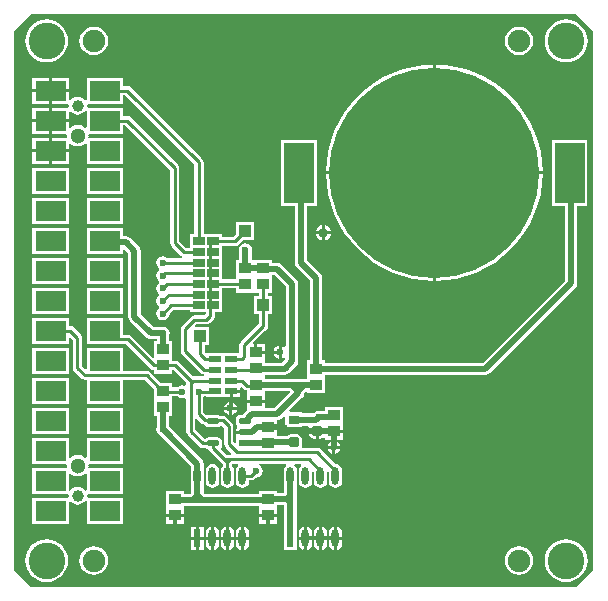
<source format=gtl>
G04*
G04 #@! TF.GenerationSoftware,Altium Limited,Altium Designer,19.1.9 (167)*
G04*
G04 Layer_Physical_Order=1*
G04 Layer_Color=255*
%FSLAX44Y44*%
%MOMM*%
G71*
G01*
G75*
%ADD10C,0.2540*%
%ADD19R,2.5000X5.1000*%
G04:AMPARAMS|DCode=20|XSize=0.8mm|YSize=0.9mm|CornerRadius=0.2mm|HoleSize=0mm|Usage=FLASHONLY|Rotation=90.000|XOffset=0mm|YOffset=0mm|HoleType=Round|Shape=RoundedRectangle|*
%AMROUNDEDRECTD20*
21,1,0.8000,0.5000,0,0,90.0*
21,1,0.4000,0.9000,0,0,90.0*
1,1,0.4000,0.2500,0.2000*
1,1,0.4000,0.2500,-0.2000*
1,1,0.4000,-0.2500,-0.2000*
1,1,0.4000,-0.2500,0.2000*
%
%ADD20ROUNDEDRECTD20*%
%ADD21R,0.9000X0.8000*%
%ADD22R,2.6000X1.7000*%
%ADD23R,1.0000X0.9000*%
%ADD24R,0.6000X1.5000*%
%ADD25O,0.6000X1.5000*%
G04:AMPARAMS|DCode=26|XSize=0.55mm|YSize=1mm|CornerRadius=0.1375mm|HoleSize=0mm|Usage=FLASHONLY|Rotation=270.000|XOffset=0mm|YOffset=0mm|HoleType=Round|Shape=RoundedRectangle|*
%AMROUNDEDRECTD26*
21,1,0.5500,0.7250,0,0,270.0*
21,1,0.2750,1.0000,0,0,270.0*
1,1,0.2750,-0.3625,-0.1375*
1,1,0.2750,-0.3625,0.1375*
1,1,0.2750,0.3625,0.1375*
1,1,0.2750,0.3625,-0.1375*
%
%ADD26ROUNDEDRECTD26*%
%ADD27R,1.0000X0.5500*%
%ADD28R,1.0000X0.5000*%
%ADD29R,1.0000X0.7000*%
%ADD50C,17.8000*%
%ADD51C,0.5080*%
%ADD52C,1.0000*%
%ADD53C,1.3000*%
%ADD54R,1.0000X1.0000*%
%ADD55C,1.8999*%
%ADD56C,3.1001*%
%ADD57C,0.7000*%
%ADD58C,0.8000*%
%ADD59C,0.6000*%
G36*
X493955Y474641D02*
X493955Y18119D01*
X479721Y3885D01*
X18119D01*
X3885Y18119D01*
X3885Y474641D01*
X18119Y488875D01*
X479721D01*
X493955Y474641D01*
D02*
G37*
%LPC*%
G36*
X431009Y478132D02*
X427866Y477719D01*
X424938Y476505D01*
X422422Y474576D01*
X420493Y472061D01*
X419280Y469132D01*
X418866Y465989D01*
X419280Y462846D01*
X420493Y459917D01*
X422422Y457402D01*
X424938Y455472D01*
X427866Y454259D01*
X431009Y453845D01*
X434152Y454259D01*
X437081Y455472D01*
X439596Y457402D01*
X441526Y459917D01*
X442739Y462846D01*
X443153Y465989D01*
X442739Y469132D01*
X441526Y472061D01*
X439596Y474576D01*
X437081Y476505D01*
X434152Y477719D01*
X431009Y478132D01*
D02*
G37*
G36*
X70990D02*
X67847Y477719D01*
X64918Y476505D01*
X62403Y474576D01*
X60473Y472061D01*
X59260Y469132D01*
X58846Y465989D01*
X59260Y462846D01*
X60473Y459917D01*
X62403Y457402D01*
X64918Y455472D01*
X67847Y454259D01*
X70990Y453845D01*
X74133Y454259D01*
X77061Y455472D01*
X79576Y457402D01*
X81506Y459917D01*
X82719Y462846D01*
X83133Y465989D01*
X82719Y469132D01*
X81506Y472061D01*
X79576Y474576D01*
X77061Y476505D01*
X74133Y477719D01*
X70990Y478132D01*
D02*
G37*
G36*
X470989Y484117D02*
X467452Y483768D01*
X464052Y482737D01*
X460918Y481061D01*
X458171Y478807D01*
X455916Y476060D01*
X454241Y472926D01*
X453210Y469525D01*
X452861Y465989D01*
X453210Y462452D01*
X454241Y459052D01*
X455916Y455918D01*
X458171Y453171D01*
X460918Y450916D01*
X464052Y449241D01*
X467452Y448209D01*
X470989Y447861D01*
X474525Y448209D01*
X477926Y449241D01*
X481060Y450916D01*
X483807Y453171D01*
X486062Y455918D01*
X487737Y459052D01*
X488768Y462452D01*
X489117Y465989D01*
X488768Y469525D01*
X487737Y472926D01*
X486062Y476060D01*
X483807Y478807D01*
X481060Y481061D01*
X477926Y482737D01*
X474525Y483768D01*
X470989Y484117D01*
D02*
G37*
G36*
X31010D02*
X27474Y483768D01*
X24073Y482737D01*
X20939Y481061D01*
X18192Y478807D01*
X15938Y476060D01*
X14262Y472926D01*
X13231Y469525D01*
X12882Y465989D01*
X13231Y462452D01*
X14262Y459052D01*
X15938Y455918D01*
X18192Y453171D01*
X20939Y450916D01*
X24073Y449241D01*
X27474Y448209D01*
X31010Y447861D01*
X34547Y448209D01*
X37947Y449241D01*
X41081Y450916D01*
X43828Y453171D01*
X46083Y455918D01*
X47758Y459052D01*
X48789Y462452D01*
X49138Y465989D01*
X48789Y469525D01*
X47758Y472926D01*
X46083Y476060D01*
X43828Y478807D01*
X41081Y481061D01*
X37947Y482737D01*
X34547Y483768D01*
X31010Y484117D01*
D02*
G37*
G36*
X50040Y434840D02*
X35770D01*
Y425070D01*
X50040D01*
Y434840D01*
D02*
G37*
G36*
X33230D02*
X18960D01*
Y425070D01*
X33230D01*
Y434840D01*
D02*
G37*
G36*
X96040D02*
X64960D01*
Y415850D01*
X63690Y415419D01*
X62878Y416478D01*
X61302Y417686D01*
X59468Y418446D01*
X57500Y418705D01*
X55532Y418446D01*
X53698Y417686D01*
X52122Y416478D01*
X51310Y415419D01*
X50040Y415850D01*
Y422530D01*
X35770D01*
Y412760D01*
X48833D01*
X49946Y411490D01*
X49895Y411100D01*
X49946Y410710D01*
X48833Y409440D01*
X35770D01*
Y399670D01*
X50040D01*
Y406350D01*
X51310Y406781D01*
X52122Y405722D01*
X53698Y404514D01*
X55532Y403754D01*
X57500Y403495D01*
X59468Y403754D01*
X61302Y404514D01*
X62878Y405722D01*
X63690Y406781D01*
X64960Y406350D01*
Y392740D01*
X63690Y392345D01*
X62059Y393596D01*
X59860Y394507D01*
X57500Y394818D01*
X55140Y394507D01*
X52941Y393596D01*
X51310Y392345D01*
X50040Y392740D01*
Y397130D01*
X35770D01*
Y387360D01*
X47638D01*
X48475Y386405D01*
X48382Y385700D01*
X48475Y384995D01*
X47638Y384040D01*
X35770D01*
Y374270D01*
X50040D01*
Y378660D01*
X51310Y379055D01*
X52941Y377804D01*
X55140Y376893D01*
X57500Y376582D01*
X59860Y376893D01*
X62059Y377804D01*
X63690Y379055D01*
X64960Y378660D01*
Y361960D01*
X96040D01*
Y384040D01*
X67363D01*
X66525Y384995D01*
X66618Y385700D01*
X66525Y386405D01*
X67363Y387360D01*
X96040D01*
Y394515D01*
X97831D01*
X135815Y356531D01*
Y294640D01*
X136111Y293153D01*
X136953Y291893D01*
X144573Y284273D01*
X145833Y283431D01*
X146016Y283395D01*
X145891Y282125D01*
X133533D01*
X131702Y283349D01*
X129540Y283778D01*
X127378Y283349D01*
X125546Y282124D01*
X124321Y280292D01*
X123891Y278130D01*
X124321Y275968D01*
X125546Y274136D01*
X126503Y273496D01*
Y271969D01*
X125546Y271329D01*
X124321Y269497D01*
X123891Y267335D01*
X124321Y265173D01*
X125546Y263341D01*
X126503Y262701D01*
Y261174D01*
X125546Y260534D01*
X124321Y258702D01*
X123891Y256540D01*
X124321Y254378D01*
X125546Y252546D01*
X126503Y251906D01*
Y250379D01*
X125546Y249739D01*
X124321Y247907D01*
X123891Y245745D01*
X124321Y243583D01*
X125546Y241751D01*
X126503Y241111D01*
Y239584D01*
X125546Y238944D01*
X124321Y237112D01*
X123891Y234950D01*
X124321Y232788D01*
X125546Y230956D01*
X127378Y229731D01*
X129540Y229301D01*
X131702Y229731D01*
X133534Y230956D01*
X134759Y232788D01*
X135189Y234950D01*
X135163Y235079D01*
X138439Y238355D01*
X152576D01*
Y236200D01*
X165924D01*
X165936Y234930D01*
X164761Y233755D01*
X156210D01*
X154723Y233459D01*
X153463Y232617D01*
X145843Y224997D01*
X145001Y223737D01*
X144705Y222250D01*
Y203200D01*
X145001Y201713D01*
X145843Y200453D01*
X161663Y184633D01*
X162923Y183791D01*
X164212Y183535D01*
X164087Y182265D01*
X154699D01*
X142955Y194009D01*
X141695Y194851D01*
X140208Y195147D01*
X137080D01*
Y211910D01*
X134719D01*
Y216220D01*
X134759Y216278D01*
X135189Y218440D01*
X134759Y220602D01*
X133534Y222434D01*
X131702Y223659D01*
X129540Y224088D01*
X127378Y223659D01*
X127320Y223619D01*
X121525D01*
X110590Y234555D01*
Y288290D01*
X110590Y288290D01*
X110195Y290272D01*
X109073Y291952D01*
X101807Y299218D01*
X100126Y300341D01*
X98144Y300735D01*
X96040D01*
Y307840D01*
X64960D01*
Y285760D01*
X96040D01*
Y288676D01*
X97213Y289162D01*
X100231Y286145D01*
Y232410D01*
X100625Y230428D01*
X101748Y228748D01*
X115717Y214778D01*
X115717Y214778D01*
X117398Y213655D01*
X119380Y213260D01*
X124361D01*
Y211910D01*
X122000D01*
Y198295D01*
X120773Y197725D01*
X102382Y216117D01*
X101122Y216959D01*
X99635Y217255D01*
X96040D01*
Y231640D01*
X64960D01*
Y209560D01*
X87354D01*
X87730Y209485D01*
X98026D01*
X118996Y188515D01*
X120256Y187673D01*
X121743Y187377D01*
X122000D01*
Y184330D01*
X137080D01*
Y187377D01*
X138599D01*
X149205Y176771D01*
Y176770D01*
X149325Y176167D01*
Y174724D01*
X148549Y174309D01*
X148055Y174160D01*
X146050Y174559D01*
X143888Y174129D01*
X142056Y172904D01*
X141983Y172795D01*
X137080D01*
Y176350D01*
X127994D01*
X118717Y185627D01*
X117457Y186469D01*
X115970Y186765D01*
X96040D01*
Y206240D01*
X64960D01*
Y188573D01*
X63787Y188087D01*
X61035Y190839D01*
Y214630D01*
X60739Y216117D01*
X59897Y217377D01*
X53927Y223347D01*
X52667Y224189D01*
X51180Y224485D01*
X50040D01*
Y231640D01*
X18960D01*
Y209560D01*
X50040D01*
Y214587D01*
X51213Y215073D01*
X53265Y213021D01*
Y189230D01*
X53561Y187743D01*
X54403Y186483D01*
X60753Y180133D01*
X62013Y179291D01*
X63500Y178995D01*
X64960D01*
Y158760D01*
X96040D01*
Y178995D01*
X114361D01*
X122000Y171356D01*
Y162270D01*
Y148770D01*
X124361D01*
Y139380D01*
X124321Y139322D01*
X123891Y137160D01*
X124321Y134998D01*
X125546Y133166D01*
X127378Y131941D01*
X127447Y131928D01*
X153618Y105757D01*
Y104496D01*
X153531Y104366D01*
X153102Y102204D01*
Y93204D01*
X153531Y91042D01*
X153618Y90912D01*
Y83473D01*
X152795Y82649D01*
X147240D01*
Y84910D01*
X132160D01*
Y70830D01*
Y65640D01*
X139700D01*
Y64370D01*
D01*
Y65640D01*
X147240D01*
Y72291D01*
X210900D01*
Y65640D01*
X218440D01*
X225980D01*
Y72691D01*
X232311D01*
Y54744D01*
X231950D01*
Y34664D01*
X243030D01*
Y54744D01*
X242670D01*
Y74894D01*
Y80846D01*
Y90984D01*
X242709Y91042D01*
X243139Y93204D01*
Y102204D01*
X242709Y104366D01*
X241484Y106198D01*
X240875Y106605D01*
X241260Y107875D01*
X246420D01*
X246805Y106605D01*
X246196Y106198D01*
X244971Y104366D01*
X244541Y102204D01*
Y93204D01*
X244971Y91042D01*
X246196Y89210D01*
X248028Y87985D01*
X250190Y87556D01*
X252352Y87985D01*
X254184Y89210D01*
X255409Y91042D01*
X255839Y93204D01*
Y100691D01*
X257109Y101457D01*
X257241Y101387D01*
Y93204D01*
X257671Y91042D01*
X258896Y89210D01*
X260728Y87985D01*
X262890Y87556D01*
X265052Y87985D01*
X266884Y89210D01*
X268109Y91042D01*
X268538Y93204D01*
Y100691D01*
X269809Y101457D01*
X269942Y101387D01*
Y93204D01*
X270371Y91042D01*
X271596Y89210D01*
X273428Y87985D01*
X275590Y87556D01*
X277752Y87985D01*
X279584Y89210D01*
X280809Y91042D01*
X281238Y93204D01*
Y102204D01*
X280809Y104366D01*
X279584Y106198D01*
X277752Y107423D01*
X275590Y107852D01*
X275461Y107827D01*
X263013Y120275D01*
X261753Y121117D01*
X260266Y121413D01*
X247620D01*
X246968Y122459D01*
X246979Y122683D01*
X247319Y124390D01*
Y128390D01*
X246967Y130161D01*
X245963Y131663D01*
X244461Y132667D01*
X242690Y133019D01*
X237690D01*
X235919Y132667D01*
X234417Y131663D01*
X234354Y131569D01*
X225980D01*
Y137560D01*
X218440D01*
Y140100D01*
X225980D01*
Y144681D01*
X226060D01*
X228042Y145075D01*
X229722Y146198D01*
X231977Y148452D01*
X233150Y147966D01*
Y138850D01*
X247230D01*
Y140211D01*
X252369D01*
X253270Y138940D01*
X253061Y137890D01*
Y137160D01*
X260190D01*
Y135890D01*
X261460D01*
Y129261D01*
X262690D01*
X264461Y129613D01*
X265510Y130314D01*
X266780Y129727D01*
Y128450D01*
X272242D01*
X272367Y127180D01*
X272158Y127139D01*
X270326Y125914D01*
X269101Y124082D01*
X268924Y123190D01*
X279716D01*
X279539Y124082D01*
X278314Y125914D01*
X276482Y127139D01*
X276273Y127180D01*
X276398Y128450D01*
X281860D01*
Y134220D01*
X274320D01*
Y136760D01*
X281860D01*
Y141950D01*
Y156030D01*
X266780D01*
Y152500D01*
X263840D01*
X263782Y152539D01*
X261620Y152969D01*
X259458Y152539D01*
X257626Y151314D01*
X257128Y150569D01*
X247230D01*
Y151930D01*
X237114D01*
X236628Y153103D01*
X247502Y163978D01*
X247502Y163978D01*
X248625Y165658D01*
X249018Y167633D01*
X250270Y168885D01*
X251540Y168359D01*
Y167820D01*
X266620D01*
Y183181D01*
X402582D01*
X404564Y183575D01*
X406245Y184697D01*
X478643Y257096D01*
X479765Y258776D01*
X480159Y260758D01*
Y326290D01*
X488950D01*
Y382370D01*
X458870D01*
Y326290D01*
X469800D01*
Y262903D01*
X400437Y193540D01*
X266620D01*
Y195400D01*
X264259D01*
Y265430D01*
X263865Y267412D01*
X262743Y269093D01*
X251560Y280275D01*
Y326290D01*
X259950D01*
Y382370D01*
X229870D01*
Y326290D01*
X241201D01*
Y278130D01*
X241595Y276148D01*
X242717Y274468D01*
X253901Y263285D01*
Y195400D01*
X251540D01*
Y180040D01*
X215820D01*
Y181430D01*
X215820D01*
Y181790D01*
X215820D01*
Y183288D01*
X232664D01*
X234646Y183683D01*
X236327Y184806D01*
X242423Y190902D01*
X243545Y192582D01*
X243939Y194564D01*
Y260350D01*
X243545Y262332D01*
X242423Y264013D01*
X229722Y276712D01*
X228042Y277835D01*
X226060Y278230D01*
X222170D01*
Y280490D01*
X207090D01*
Y280490D01*
X206930D01*
Y280490D01*
X204569D01*
Y286705D01*
X204609Y286763D01*
X205039Y288925D01*
X204609Y291087D01*
X203384Y292919D01*
X201552Y294144D01*
X199390Y294573D01*
X197228Y294144D01*
X195396Y292919D01*
X194171Y291087D01*
X193741Y288925D01*
X194171Y286763D01*
X194210Y286705D01*
Y280490D01*
X191850D01*
Y264125D01*
X179656D01*
Y272200D01*
Y281200D01*
Y292355D01*
X190830D01*
X192317Y292651D01*
X193577Y293493D01*
X197344Y297260D01*
X206930D01*
Y312340D01*
X191850D01*
Y302754D01*
X189221Y300125D01*
X179656D01*
Y302280D01*
X164001D01*
Y363124D01*
X163705Y364611D01*
X162863Y365871D01*
X102187Y426547D01*
X100927Y427389D01*
X99440Y427685D01*
X96040D01*
Y434840D01*
D02*
G37*
G36*
X33230Y422530D02*
X18960D01*
Y412760D01*
X33230D01*
Y422530D01*
D02*
G37*
G36*
Y409440D02*
X18960D01*
Y399670D01*
X33230D01*
Y409440D01*
D02*
G37*
G36*
Y397130D02*
X18960D01*
Y387360D01*
X33230D01*
Y397130D01*
D02*
G37*
G36*
Y384040D02*
X18960D01*
Y374270D01*
X33230D01*
Y384040D01*
D02*
G37*
G36*
X50040Y371730D02*
X35770D01*
Y361960D01*
X50040D01*
Y371730D01*
D02*
G37*
G36*
X33230D02*
X18960D01*
Y361960D01*
X33230D01*
Y371730D01*
D02*
G37*
G36*
X360680Y445918D02*
Y355600D01*
X450998D01*
X450619Y363313D01*
X449299Y372210D01*
X447114Y380935D01*
X444084Y389403D01*
X440238Y397534D01*
X435615Y405248D01*
X430257Y412472D01*
X424217Y419137D01*
X417552Y425177D01*
X410328Y430535D01*
X402614Y435158D01*
X394483Y439004D01*
X386015Y442034D01*
X377290Y444219D01*
X368393Y445539D01*
X360680Y445918D01*
D02*
G37*
G36*
X358140D02*
X350427Y445539D01*
X341530Y444219D01*
X332805Y442034D01*
X324337Y439004D01*
X316206Y435158D01*
X308492Y430535D01*
X301268Y425177D01*
X294603Y419137D01*
X288563Y412472D01*
X283206Y405248D01*
X278582Y397534D01*
X274736Y389403D01*
X271706Y380935D01*
X269521Y372210D01*
X268201Y363313D01*
X267822Y355600D01*
X358140D01*
Y445918D01*
D02*
G37*
G36*
X96040Y358640D02*
X64960D01*
Y336560D01*
X96040D01*
Y358640D01*
D02*
G37*
G36*
X50040D02*
X18960D01*
Y336560D01*
X50040D01*
Y358640D01*
D02*
G37*
G36*
X96040Y333240D02*
X64960D01*
Y311160D01*
X96040D01*
Y333240D01*
D02*
G37*
G36*
X50040D02*
X18960D01*
Y311160D01*
X50040D01*
Y333240D01*
D02*
G37*
G36*
X266700Y309959D02*
Y304800D01*
X271859D01*
X271802Y305237D01*
X271143Y306828D01*
X270094Y308194D01*
X268728Y309243D01*
X267137Y309902D01*
X266700Y309959D01*
D02*
G37*
G36*
X264160D02*
X263723Y309902D01*
X262132Y309243D01*
X260766Y308194D01*
X259717Y306828D01*
X259058Y305237D01*
X259001Y304800D01*
X264160D01*
Y309959D01*
D02*
G37*
G36*
X271859Y302260D02*
X266700D01*
Y297101D01*
X267137Y297158D01*
X268728Y297817D01*
X270094Y298866D01*
X271143Y300232D01*
X271802Y301823D01*
X271859Y302260D01*
D02*
G37*
G36*
X264160D02*
X259001D01*
X259058Y301823D01*
X259717Y300232D01*
X260766Y298866D01*
X262132Y297817D01*
X263723Y297158D01*
X264160Y297101D01*
Y302260D01*
D02*
G37*
G36*
X50040Y307840D02*
X18960D01*
Y285760D01*
X50040D01*
Y307840D01*
D02*
G37*
G36*
X450998Y353060D02*
X360680D01*
Y262742D01*
X368393Y263121D01*
X377290Y264441D01*
X386015Y266626D01*
X394483Y269656D01*
X402614Y273502D01*
X410328Y278125D01*
X417552Y283483D01*
X424217Y289523D01*
X430257Y296188D01*
X435615Y303412D01*
X440238Y311126D01*
X444084Y319257D01*
X447114Y327725D01*
X449299Y336450D01*
X450619Y345347D01*
X450998Y353060D01*
D02*
G37*
G36*
X358140D02*
X267822D01*
X268201Y345347D01*
X269521Y336450D01*
X271706Y327725D01*
X274736Y319257D01*
X278582Y311126D01*
X283206Y303412D01*
X288563Y296188D01*
X294603Y289523D01*
X301268Y283483D01*
X308492Y278125D01*
X316206Y273502D01*
X324337Y269656D01*
X332805Y266626D01*
X341530Y264441D01*
X350427Y263121D01*
X358140Y262742D01*
Y353060D01*
D02*
G37*
G36*
X96040Y282440D02*
X64960D01*
Y260360D01*
X96040D01*
Y282440D01*
D02*
G37*
G36*
X50040D02*
X18960D01*
Y260360D01*
X50040D01*
Y282440D01*
D02*
G37*
G36*
X96040Y257040D02*
X64960D01*
Y234960D01*
X96040D01*
Y257040D01*
D02*
G37*
G36*
X50040D02*
X18960D01*
Y234960D01*
X50040D01*
Y257040D01*
D02*
G37*
G36*
Y206240D02*
X18960D01*
Y184160D01*
X50040D01*
Y206240D01*
D02*
G37*
G36*
Y180840D02*
X18960D01*
Y158760D01*
X50040D01*
Y180840D01*
D02*
G37*
G36*
X96040Y155440D02*
X64960D01*
Y133360D01*
X96040D01*
Y155440D01*
D02*
G37*
G36*
X50040D02*
X18960D01*
Y133360D01*
X50040D01*
Y155440D01*
D02*
G37*
G36*
X258920Y134620D02*
X253061D01*
Y133890D01*
X253413Y132119D01*
X254417Y130617D01*
X255919Y129613D01*
X257690Y129261D01*
X258920D01*
Y134620D01*
D02*
G37*
G36*
X279716Y120650D02*
X275590D01*
Y116524D01*
X276482Y116701D01*
X278314Y117926D01*
X279539Y119758D01*
X279716Y120650D01*
D02*
G37*
G36*
X273050D02*
X268924D01*
X269101Y119758D01*
X270326Y117926D01*
X272158Y116701D01*
X273050Y116524D01*
Y120650D01*
D02*
G37*
G36*
X96040Y130040D02*
X64960D01*
Y113340D01*
X63690Y112945D01*
X62059Y114196D01*
X59860Y115107D01*
X57500Y115418D01*
X55140Y115107D01*
X52941Y114196D01*
X51310Y112945D01*
X50040Y113340D01*
Y130040D01*
X18960D01*
Y107960D01*
X47638D01*
X48475Y107005D01*
X48382Y106300D01*
X48475Y105595D01*
X47638Y104640D01*
X18960D01*
Y82560D01*
X48833D01*
X49946Y81290D01*
X49895Y80900D01*
X49946Y80510D01*
X48833Y79240D01*
X18960D01*
Y57160D01*
X50040D01*
Y76150D01*
X51310Y76581D01*
X52122Y75522D01*
X53698Y74314D01*
X55532Y73554D01*
X57500Y73295D01*
X59468Y73554D01*
X61302Y74314D01*
X62878Y75522D01*
X63690Y76581D01*
X64960Y76150D01*
Y57160D01*
X96040D01*
Y79240D01*
X66167D01*
X65054Y80510D01*
X65105Y80900D01*
X65054Y81290D01*
X66167Y82560D01*
X96040D01*
Y104640D01*
X67363D01*
X66525Y105595D01*
X66618Y106300D01*
X66525Y107005D01*
X67363Y107960D01*
X96040D01*
Y130040D01*
D02*
G37*
G36*
X225980Y63100D02*
X219710D01*
Y57330D01*
X225980D01*
Y63100D01*
D02*
G37*
G36*
X217170D02*
X210900D01*
Y57330D01*
X217170D01*
Y63100D01*
D02*
G37*
G36*
X147240D02*
X140970D01*
Y57330D01*
X147240D01*
Y63100D01*
D02*
G37*
G36*
X138430D02*
X132160D01*
Y57330D01*
X138430D01*
Y63100D01*
D02*
G37*
G36*
X198120Y54600D02*
Y45974D01*
X202498D01*
Y49204D01*
X202069Y51366D01*
X200844Y53198D01*
X199012Y54422D01*
X198120Y54600D01*
D02*
G37*
G36*
X185420D02*
Y45974D01*
X189799D01*
Y49204D01*
X189369Y51366D01*
X188144Y53198D01*
X186312Y54422D01*
X185420Y54600D01*
D02*
G37*
G36*
X172720D02*
Y45974D01*
X177099D01*
Y49204D01*
X176669Y51366D01*
X175444Y53198D01*
X173612Y54422D01*
X172720Y54600D01*
D02*
G37*
G36*
X164290Y54744D02*
X160020D01*
Y45974D01*
X164290D01*
Y54744D01*
D02*
G37*
G36*
X276860Y54600D02*
Y45974D01*
X281238D01*
Y49204D01*
X280809Y51366D01*
X279584Y53198D01*
X277752Y54422D01*
X276860Y54600D01*
D02*
G37*
G36*
X264160D02*
Y45974D01*
X268538D01*
Y49204D01*
X268109Y51366D01*
X266884Y53198D01*
X265052Y54422D01*
X264160Y54600D01*
D02*
G37*
G36*
X251460D02*
Y45974D01*
X255839D01*
Y49204D01*
X255409Y51366D01*
X254184Y53198D01*
X252352Y54422D01*
X251460Y54600D01*
D02*
G37*
G36*
X157480Y54744D02*
X153210D01*
Y45974D01*
X157480D01*
Y54744D01*
D02*
G37*
G36*
X195580Y54600D02*
X194688Y54422D01*
X192856Y53198D01*
X191631Y51366D01*
X191201Y49204D01*
Y45974D01*
X195580D01*
Y54600D01*
D02*
G37*
G36*
X182880D02*
X181988Y54422D01*
X180156Y53198D01*
X178931Y51366D01*
X178501Y49204D01*
Y45974D01*
X182880D01*
Y54600D01*
D02*
G37*
G36*
X170180D02*
X169288Y54422D01*
X167456Y53198D01*
X166231Y51366D01*
X165802Y49204D01*
Y45974D01*
X170180D01*
Y54600D01*
D02*
G37*
G36*
X274320D02*
X273428Y54422D01*
X271596Y53198D01*
X270371Y51366D01*
X269942Y49204D01*
Y45974D01*
X274320D01*
Y54600D01*
D02*
G37*
G36*
X261620D02*
X260728Y54422D01*
X258896Y53198D01*
X257671Y51366D01*
X257241Y49204D01*
Y45974D01*
X261620D01*
Y54600D01*
D02*
G37*
G36*
X248920D02*
X248028Y54422D01*
X246196Y53198D01*
X244971Y51366D01*
X244541Y49204D01*
Y45974D01*
X248920D01*
Y54600D01*
D02*
G37*
G36*
X268538Y43434D02*
X264160D01*
Y34808D01*
X265052Y34985D01*
X266884Y36210D01*
X268109Y38042D01*
X268538Y40204D01*
Y43434D01*
D02*
G37*
G36*
X202498D02*
X198120D01*
Y34808D01*
X199012Y34985D01*
X200844Y36210D01*
X202069Y38042D01*
X202498Y40204D01*
Y43434D01*
D02*
G37*
G36*
X189799D02*
X185420D01*
Y34808D01*
X186312Y34985D01*
X188144Y36210D01*
X189369Y38042D01*
X189799Y40204D01*
Y43434D01*
D02*
G37*
G36*
X177099D02*
X172720D01*
Y34808D01*
X173612Y34985D01*
X175444Y36210D01*
X176669Y38042D01*
X177099Y40204D01*
Y43434D01*
D02*
G37*
G36*
X281238D02*
X276860D01*
Y34808D01*
X277752Y34985D01*
X279584Y36210D01*
X280809Y38042D01*
X281238Y40204D01*
Y43434D01*
D02*
G37*
G36*
X255839D02*
X251460D01*
Y34808D01*
X252352Y34985D01*
X254184Y36210D01*
X255409Y38042D01*
X255839Y40204D01*
Y43434D01*
D02*
G37*
G36*
X274320D02*
X269942D01*
Y40204D01*
X270371Y38042D01*
X271596Y36210D01*
X273428Y34985D01*
X274320Y34808D01*
Y43434D01*
D02*
G37*
G36*
X248920D02*
X244541D01*
Y40204D01*
X244971Y38042D01*
X246196Y36210D01*
X248028Y34985D01*
X248920Y34808D01*
Y43434D01*
D02*
G37*
G36*
X195580D02*
X191201D01*
Y40204D01*
X191631Y38042D01*
X192856Y36210D01*
X194688Y34985D01*
X195580Y34808D01*
Y43434D01*
D02*
G37*
G36*
X182880D02*
X178501D01*
Y40204D01*
X178931Y38042D01*
X180156Y36210D01*
X181988Y34985D01*
X182880Y34808D01*
Y43434D01*
D02*
G37*
G36*
X170180D02*
X165802D01*
Y40204D01*
X166231Y38042D01*
X167456Y36210D01*
X169288Y34985D01*
X170180Y34808D01*
Y43434D01*
D02*
G37*
G36*
X261620D02*
X257241D01*
Y40204D01*
X257671Y38042D01*
X258896Y36210D01*
X260728Y34985D01*
X261620Y34808D01*
Y43434D01*
D02*
G37*
G36*
X164290D02*
X160020D01*
Y34664D01*
X164290D01*
Y43434D01*
D02*
G37*
G36*
X157480D02*
X153210D01*
Y34664D01*
X157480D01*
Y43434D01*
D02*
G37*
G36*
X431009Y38154D02*
X427866Y37740D01*
X424938Y36527D01*
X422422Y34597D01*
X420493Y32082D01*
X419280Y29153D01*
X418866Y26010D01*
X419280Y22867D01*
X420493Y19938D01*
X422422Y17423D01*
X424938Y15494D01*
X427866Y14280D01*
X431009Y13867D01*
X434152Y14280D01*
X437081Y15494D01*
X439596Y17423D01*
X441526Y19938D01*
X442739Y22867D01*
X443153Y26010D01*
X442739Y29153D01*
X441526Y32082D01*
X439596Y34597D01*
X437081Y36527D01*
X434152Y37740D01*
X431009Y38154D01*
D02*
G37*
G36*
X70990D02*
X67847Y37740D01*
X64918Y36527D01*
X62403Y34597D01*
X60473Y32082D01*
X59260Y29153D01*
X58846Y26010D01*
X59260Y22867D01*
X60473Y19938D01*
X62403Y17423D01*
X64918Y15494D01*
X67847Y14280D01*
X70990Y13867D01*
X74133Y14280D01*
X77061Y15494D01*
X79576Y17423D01*
X81506Y19938D01*
X82719Y22867D01*
X83133Y26010D01*
X82719Y29153D01*
X81506Y32082D01*
X79576Y34597D01*
X77061Y36527D01*
X74133Y37740D01*
X70990Y38154D01*
D02*
G37*
G36*
X470989Y44138D02*
X467452Y43789D01*
X464052Y42758D01*
X460918Y41083D01*
X458171Y38828D01*
X455916Y36081D01*
X454241Y32947D01*
X453210Y29547D01*
X452861Y26010D01*
X453210Y22473D01*
X454241Y19073D01*
X455916Y15939D01*
X458171Y13192D01*
X460918Y10938D01*
X464052Y9262D01*
X467452Y8231D01*
X470989Y7882D01*
X474525Y8231D01*
X477926Y9262D01*
X481060Y10938D01*
X483807Y13192D01*
X486062Y15939D01*
X487737Y19073D01*
X488768Y22473D01*
X489117Y26010D01*
X488768Y29547D01*
X487737Y32947D01*
X486062Y36081D01*
X483807Y38828D01*
X481060Y41083D01*
X477926Y42758D01*
X474525Y43789D01*
X470989Y44138D01*
D02*
G37*
G36*
X31010D02*
X27474Y43789D01*
X24073Y42758D01*
X20939Y41083D01*
X18192Y38828D01*
X15938Y36081D01*
X14262Y32947D01*
X13231Y29547D01*
X12882Y26010D01*
X13231Y22473D01*
X14262Y19073D01*
X15938Y15939D01*
X18192Y13192D01*
X20939Y10938D01*
X24073Y9262D01*
X27474Y8231D01*
X31010Y7882D01*
X34547Y8231D01*
X37947Y9262D01*
X41081Y10938D01*
X43828Y13192D01*
X46083Y15939D01*
X47758Y19073D01*
X48789Y22473D01*
X49138Y26010D01*
X48789Y29547D01*
X47758Y32947D01*
X46083Y36081D01*
X43828Y38828D01*
X41081Y41083D01*
X37947Y42758D01*
X34547Y43789D01*
X31010Y44138D01*
D02*
G37*
%LPD*%
G36*
X156231Y361515D02*
Y302280D01*
X152576D01*
Y290905D01*
X148929D01*
X143585Y296249D01*
Y358140D01*
X143289Y359627D01*
X142447Y360887D01*
X102187Y401147D01*
X100927Y401989D01*
X99440Y402285D01*
X96040D01*
Y409440D01*
X66167D01*
X65054Y410710D01*
X65105Y411100D01*
X65054Y411490D01*
X66167Y412760D01*
X96040D01*
Y419915D01*
X97831D01*
X156231Y361515D01*
D02*
G37*
G36*
X233580Y258205D02*
Y207448D01*
X232311Y206791D01*
X231016Y207657D01*
X230124Y207834D01*
Y202438D01*
Y197042D01*
X231016Y197219D01*
X231765Y197720D01*
X233063Y197098D01*
X233157Y196286D01*
X230519Y193647D01*
X215820D01*
Y201060D01*
X208280D01*
Y202330D01*
X207010D01*
Y209370D01*
X206109D01*
X205623Y210543D01*
X215341Y220262D01*
X216107Y220773D01*
X217377Y222043D01*
X218219Y223303D01*
X218515Y224790D01*
Y234776D01*
X222170D01*
Y249856D01*
X218515D01*
Y252910D01*
X222170D01*
Y267871D01*
X223915D01*
X233580Y258205D01*
D02*
G37*
G36*
X191850Y252910D02*
X206930D01*
Y252910D01*
X207090D01*
Y252910D01*
X210745D01*
Y249856D01*
X207090D01*
Y234776D01*
X210745D01*
Y226525D01*
X210359Y226267D01*
X195373Y211281D01*
X194531Y210021D01*
X194235Y208534D01*
Y201420D01*
X166024D01*
X165175Y202269D01*
Y208360D01*
X168830D01*
Y223440D01*
X156933D01*
X156447Y224613D01*
X157819Y225985D01*
X166370D01*
X167857Y226281D01*
X169117Y227123D01*
X172577Y230583D01*
X173419Y231843D01*
X173715Y233330D01*
Y236200D01*
X179656D01*
Y245200D01*
Y256355D01*
X191850D01*
Y252910D01*
D02*
G37*
G36*
X197913Y171243D02*
X199173Y170401D01*
X200660Y170105D01*
X200740D01*
Y162160D01*
X208280D01*
X215820D01*
Y167350D01*
Y169681D01*
X236615D01*
X237585Y168710D01*
X223915Y155040D01*
X215820D01*
Y159620D01*
X208280D01*
X200740D01*
Y153850D01*
X200256Y152781D01*
X197717Y150243D01*
X197213Y149487D01*
X195295D01*
X193768Y149183D01*
X192472Y148317D01*
X191607Y147022D01*
X191303Y145495D01*
Y142745D01*
X191607Y141217D01*
X192277Y140215D01*
X192395Y139370D01*
X192277Y138525D01*
X191607Y137522D01*
X191303Y135995D01*
Y135890D01*
X198920D01*
Y133350D01*
X191303D01*
Y133245D01*
X191607Y131718D01*
X191632Y131680D01*
X191380Y130410D01*
X191380D01*
X191380Y130410D01*
Y125653D01*
X190207Y125167D01*
X189305Y126069D01*
Y139700D01*
X189009Y141187D01*
X188167Y142447D01*
X183087Y147527D01*
X181827Y148369D01*
X180340Y148665D01*
X177848D01*
X177073Y149183D01*
X175545Y149487D01*
X168295D01*
X166768Y149183D01*
X166422Y148952D01*
X163905Y151469D01*
Y164843D01*
X164014Y164916D01*
X164087Y165025D01*
X165800D01*
Y164340D01*
X186070D01*
Y169380D01*
X187340D01*
Y170650D01*
X194880D01*
Y172480D01*
X196150Y173006D01*
X197913Y171243D01*
D02*
G37*
G36*
X162353Y142033D02*
X163613Y141191D01*
X164780Y140959D01*
X165472Y139922D01*
X166768Y139057D01*
X168295Y138753D01*
X175545D01*
X177073Y139057D01*
X178368Y139922D01*
X179584Y140042D01*
X181535Y138091D01*
Y124460D01*
X181831Y122973D01*
X182673Y121713D01*
X187568Y116818D01*
X187082Y115645D01*
X183219D01*
X178329Y120534D01*
X178368Y120922D01*
X179233Y122218D01*
X179537Y123745D01*
Y126495D01*
X179233Y128022D01*
X178368Y129318D01*
X177073Y130183D01*
X175545Y130487D01*
X168295D01*
X166768Y130183D01*
X165473Y129318D01*
X164209Y129575D01*
X157095Y136689D01*
Y145496D01*
X158365Y146022D01*
X162353Y142033D01*
D02*
G37*
G36*
X142056Y164916D02*
X143888Y163691D01*
X146050Y163262D01*
X148055Y163660D01*
X148549Y163511D01*
X149325Y163096D01*
Y135080D01*
X149621Y133593D01*
X150463Y132333D01*
X160363Y122433D01*
X161623Y121591D01*
X163110Y121295D01*
X165223D01*
X165472Y120922D01*
X166768Y120057D01*
X168295Y119753D01*
X168471D01*
X169173Y118703D01*
X180265Y107611D01*
Y106271D01*
X180156Y106198D01*
X178931Y104366D01*
X178501Y102204D01*
Y93204D01*
X178931Y91042D01*
X180156Y89210D01*
X181988Y87985D01*
X184150Y87556D01*
X186312Y87985D01*
X188144Y89210D01*
X189369Y91042D01*
X189799Y93204D01*
Y102204D01*
X189369Y104366D01*
X188144Y106198D01*
X188035Y106271D01*
Y107611D01*
X188299Y107875D01*
X193080D01*
X193465Y106605D01*
X192856Y106198D01*
X191631Y104366D01*
X191201Y102204D01*
Y93204D01*
X191631Y91042D01*
X192856Y89210D01*
X194688Y87985D01*
X196850Y87556D01*
X199012Y87985D01*
X200844Y89210D01*
X202069Y91042D01*
X202498Y93204D01*
Y93819D01*
X204304D01*
X205791Y94115D01*
X207051Y94957D01*
X208151Y96057D01*
X208280Y96031D01*
X210442Y96461D01*
X212274Y97686D01*
X213499Y99518D01*
X213929Y101680D01*
X213499Y103841D01*
X212274Y105674D01*
X210880Y106605D01*
X211266Y107875D01*
X233720D01*
X234105Y106605D01*
X233496Y106198D01*
X232271Y104366D01*
X231842Y102204D01*
Y93204D01*
X232271Y91042D01*
X232311Y90984D01*
Y83049D01*
X225980D01*
Y84910D01*
X210900D01*
Y82649D01*
X164705D01*
X163978Y83377D01*
Y91088D01*
X164398Y93204D01*
Y102204D01*
X163978Y104320D01*
Y107902D01*
X163583Y109884D01*
X162460Y111565D01*
X162460Y111565D01*
X134772Y139253D01*
X134759Y139322D01*
X134719Y139380D01*
Y148770D01*
X137080D01*
Y165025D01*
X141983D01*
X142056Y164916D01*
D02*
G37*
%LPC*%
G36*
X227584Y207834D02*
X226692Y207657D01*
X224860Y206432D01*
X223635Y204600D01*
X223458Y203708D01*
X227584D01*
Y207834D01*
D02*
G37*
G36*
X215820Y209370D02*
X209550D01*
Y203600D01*
X215820D01*
Y209370D01*
D02*
G37*
G36*
X227584Y201168D02*
X223458D01*
X223635Y200276D01*
X224860Y198444D01*
X226692Y197219D01*
X227584Y197042D01*
Y201168D01*
D02*
G37*
G36*
X194880Y168110D02*
X188610D01*
Y164340D01*
X194880D01*
Y168110D01*
D02*
G37*
G36*
X187960Y160336D02*
Y156210D01*
X192086D01*
X191909Y157102D01*
X190684Y158934D01*
X188852Y160159D01*
X187960Y160336D01*
D02*
G37*
G36*
X185420D02*
X184528Y160159D01*
X182696Y158934D01*
X181471Y157102D01*
X181294Y156210D01*
X185420D01*
Y160336D01*
D02*
G37*
G36*
X192086Y153670D02*
X187960D01*
Y149544D01*
X188852Y149721D01*
X190684Y150946D01*
X191909Y152778D01*
X192086Y153670D01*
D02*
G37*
G36*
X185420D02*
X181294D01*
X181471Y152778D01*
X182696Y150946D01*
X184528Y149721D01*
X185420Y149544D01*
Y153670D01*
D02*
G37*
G36*
X171450Y107852D02*
X169288Y107423D01*
X167456Y106198D01*
X166231Y104366D01*
X165802Y102204D01*
Y93204D01*
X166231Y91042D01*
X167456Y89210D01*
X169288Y87985D01*
X171450Y87556D01*
X173612Y87985D01*
X175444Y89210D01*
X176669Y91042D01*
X177099Y93204D01*
Y102204D01*
X176669Y104366D01*
X175444Y106198D01*
X173612Y107423D01*
X171450Y107852D01*
D02*
G37*
%LPD*%
G36*
X52941Y98404D02*
X55140Y97493D01*
X57500Y97182D01*
X59860Y97493D01*
X62059Y98404D01*
X63690Y99655D01*
X64960Y99260D01*
Y85650D01*
X63690Y85219D01*
X62878Y86278D01*
X61302Y87486D01*
X59468Y88246D01*
X57500Y88505D01*
X55532Y88246D01*
X53698Y87486D01*
X52122Y86278D01*
X51310Y85219D01*
X50040Y85650D01*
Y99260D01*
X51310Y99655D01*
X52941Y98404D01*
D02*
G37*
D10*
X186690Y154940D02*
X187340Y155590D01*
Y169380D01*
X196850Y161290D02*
X207880D01*
X208280Y160890D01*
X251206Y45974D02*
X273558D01*
X292100Y55880D02*
Y115570D01*
X285750Y121920D02*
X292100Y115570D01*
X274320Y121920D02*
X285750D01*
X42010Y220600D02*
X51180D01*
X34500D02*
X42010D01*
X63500Y182880D02*
X115970D01*
X125810Y173040D01*
Y172540D02*
Y173040D01*
Y172540D02*
X129040Y169310D01*
X129540D01*
X57150Y189230D02*
X63500Y182880D01*
X57150Y189230D02*
Y214630D01*
X51180Y220600D02*
X57150Y214630D01*
X280924Y44704D02*
X292100Y55880D01*
X275590Y44704D02*
X280924D01*
X165100Y144780D02*
X180340D01*
X185420Y139700D01*
Y124460D02*
Y139700D01*
Y124460D02*
X192352Y117528D01*
X189230Y111760D02*
X253334D01*
X121743Y191262D02*
X140208D01*
X171920Y121450D02*
X181610Y111760D01*
X171920Y121450D02*
Y125120D01*
X185420Y111760D02*
X186690D01*
X189230D01*
X184150Y109220D02*
X186690Y111760D01*
X181610D02*
X185420D01*
X184150Y110490D02*
X185420Y111760D01*
X184150Y109220D02*
Y110490D01*
X181610Y111760D02*
X184150Y109220D01*
X154940Y178380D02*
X173340D01*
X153090D02*
X154940D01*
X153210Y135080D02*
Y176650D01*
X154940Y178380D01*
X153090Y176770D02*
X153210Y176650D01*
X153090Y176770D02*
Y178380D01*
X153210Y135080D02*
X163110Y125180D01*
X171790D01*
X160020Y149860D02*
X165100Y144780D01*
X160020Y168910D02*
X171310D01*
X160020Y149860D02*
Y168910D01*
X171310D02*
X172870D01*
X173340Y169380D01*
X161290Y200660D02*
Y215900D01*
Y200660D02*
X165570Y196380D01*
X173340D01*
X170840Y169380D02*
X171310Y168910D01*
X136830Y242240D02*
X160116D01*
X129540Y234950D02*
X136830Y242240D01*
X129540Y256540D02*
X133240Y260240D01*
X160116D01*
X130810Y247650D02*
X134400Y251240D01*
X160116D01*
X130810Y269240D02*
X160116D01*
X129540Y267970D02*
X130810Y269240D01*
X129540Y278130D02*
X129650Y278240D01*
X160116D01*
X99440Y398400D02*
X139700Y358140D01*
Y294640D02*
Y358140D01*
Y294640D02*
X147320Y287020D01*
X80500Y398400D02*
X88010D01*
X147320Y287020D02*
X159896D01*
X160116Y287240D01*
X88010Y398400D02*
X99440D01*
X88010Y423800D02*
X99440D01*
X80500D02*
X88010D01*
X160116Y296240D02*
Y363124D01*
X99440Y423800D02*
X160116Y363124D01*
X196850Y44704D02*
X215042D01*
X184150D02*
X196850D01*
X171450D02*
X184150D01*
X158750D02*
X171450D01*
X145796D02*
X158750D01*
X215042D02*
X215900Y45562D01*
X196850Y97704D02*
X204304D01*
X208280Y101680D01*
X170840Y169380D02*
X173340D01*
X200660Y173990D02*
X207380D01*
X207780Y174390D01*
X196850Y177800D02*
X200660Y173990D01*
X187920Y177800D02*
X196850D01*
X187340Y178380D02*
X187920Y177800D01*
X184150Y97704D02*
Y109220D01*
X139700Y50800D02*
X145796Y44704D01*
X139700Y50800D02*
Y64370D01*
X232410Y31750D02*
X245618D01*
X218598Y45562D02*
X232410Y31750D01*
X218598Y45562D02*
Y48260D01*
X245618Y31750D02*
X250190Y36322D01*
X215900Y45562D02*
X218598D01*
Y48260D02*
Y64212D01*
X215900Y45562D02*
X218598Y48260D01*
X218440Y64370D02*
X218598Y64212D01*
X34500Y220600D02*
X35390Y219710D01*
X192352Y117528D02*
X260266D01*
X253334Y111760D02*
X262890Y102204D01*
X140208Y191262D02*
X153090Y178380D01*
X99635Y213370D02*
X121743Y191262D01*
X208280Y202330D02*
X228746D01*
X228854Y202438D01*
X213360Y223520D02*
X214630Y224790D01*
Y259950D01*
X187340Y187380D02*
X206830D01*
X198120Y208534D02*
X213106Y223520D01*
X213360D01*
X198120Y198374D02*
Y208534D01*
X196126Y196380D02*
X198120Y198374D01*
X187340Y196380D02*
X196126D01*
X250190Y36322D02*
Y44704D01*
X218440Y64370D02*
X220480D01*
X217940D02*
X218440D01*
X129735Y169310D02*
X130310D01*
X129540D02*
X129735D01*
X87730Y213370D02*
X99635D01*
X80500Y220600D02*
X87730Y213370D01*
X169830Y233330D02*
Y242240D01*
X166370Y229870D02*
X169830Y233330D01*
X156210Y229870D02*
X166370D01*
X148590Y222250D02*
X156210Y229870D01*
X148590Y203200D02*
Y222250D01*
Y203200D02*
X164410Y187380D01*
X173340D01*
X190830Y296240D02*
X199390Y304800D01*
X169830Y296240D02*
X190830D01*
X199100Y260240D02*
X199390Y259950D01*
X169830Y260240D02*
X199100D01*
X169830D02*
X170120Y259950D01*
X139700Y64370D02*
X140200D01*
X275590Y97704D02*
Y102204D01*
X262890Y97704D02*
Y102204D01*
X129735Y169310D02*
X130135Y168910D01*
X260266Y117528D02*
X275590Y102204D01*
X169830Y287240D02*
X170355Y287765D01*
X169830Y278240D02*
Y287240D01*
Y296240D01*
Y269240D02*
Y278240D01*
Y251240D02*
Y260240D01*
Y269240D01*
Y242240D02*
Y251240D01*
Y242240D02*
X170180Y241890D01*
X130135Y168910D02*
X146050D01*
X34500Y220600D02*
X39000D01*
D19*
X244910Y354330D02*
D03*
X473910D02*
D03*
D20*
X260190Y135890D02*
D03*
X240190Y126390D02*
D03*
D21*
Y145390D02*
D03*
D22*
X34500Y423800D02*
D03*
X80500D02*
D03*
Y68200D02*
D03*
X34500D02*
D03*
Y93600D02*
D03*
X80500D02*
D03*
X34500Y119000D02*
D03*
X80500D02*
D03*
X34500Y144400D02*
D03*
X80500D02*
D03*
X34500Y169800D02*
D03*
X80500D02*
D03*
X34500Y195200D02*
D03*
X80500D02*
D03*
X34500Y220600D02*
D03*
X80500D02*
D03*
X34500Y246000D02*
D03*
X80500D02*
D03*
X34500Y271400D02*
D03*
X80500D02*
D03*
X34500Y296800D02*
D03*
X80500D02*
D03*
X34500Y322200D02*
D03*
X80500D02*
D03*
X34500Y347600D02*
D03*
X80500D02*
D03*
X34500Y373000D02*
D03*
X80500D02*
D03*
X34500Y398400D02*
D03*
X80500D02*
D03*
D23*
X274320Y135490D02*
D03*
Y148990D02*
D03*
X259080Y188360D02*
D03*
Y174860D02*
D03*
X218440Y77870D02*
D03*
Y64370D02*
D03*
X139700Y77870D02*
D03*
Y64370D02*
D03*
X218440Y125330D02*
D03*
Y138830D02*
D03*
X208280Y174390D02*
D03*
Y160890D02*
D03*
Y202330D02*
D03*
Y188830D02*
D03*
X199390Y259950D02*
D03*
Y273450D02*
D03*
X214630Y259950D02*
D03*
Y273450D02*
D03*
X129540Y191370D02*
D03*
Y204870D02*
D03*
Y169310D02*
D03*
Y155810D02*
D03*
D24*
X237490Y44704D02*
D03*
X158750D02*
D03*
D25*
X250190D02*
D03*
X262890D02*
D03*
X275590D02*
D03*
X237490Y97704D02*
D03*
X250190D02*
D03*
X262890D02*
D03*
X275590D02*
D03*
X171450Y44704D02*
D03*
X184150D02*
D03*
X196850D02*
D03*
X158750Y97704D02*
D03*
X171450D02*
D03*
X184150D02*
D03*
X196850D02*
D03*
D26*
X171920Y125120D02*
D03*
Y144120D02*
D03*
X198920D02*
D03*
Y134620D02*
D03*
D27*
Y125120D02*
D03*
D28*
X187340Y196380D02*
D03*
Y187380D02*
D03*
Y178380D02*
D03*
Y169380D02*
D03*
X173340D02*
D03*
Y178380D02*
D03*
Y187380D02*
D03*
Y196380D02*
D03*
D29*
X172116Y296240D02*
D03*
X160116Y242240D02*
D03*
X172116Y287240D02*
D03*
Y278240D02*
D03*
Y269240D02*
D03*
Y260240D02*
D03*
Y251240D02*
D03*
X160116D02*
D03*
Y260240D02*
D03*
Y269240D02*
D03*
Y278240D02*
D03*
Y287240D02*
D03*
X172116Y242240D02*
D03*
X160116Y296240D02*
D03*
D50*
X359410Y354330D02*
D03*
D51*
X246380Y278130D02*
Y352860D01*
Y278130D02*
X259080Y265430D01*
Y188360D02*
Y265430D01*
X244910Y354330D02*
X246380Y352860D01*
X474980Y260758D02*
Y353260D01*
X473910Y354330D02*
X474980Y353260D01*
X402582Y188360D02*
X474980Y260758D01*
X259080Y188360D02*
X402582D01*
X204660Y149860D02*
X226060D01*
X201380Y146580D02*
X204660Y149860D01*
X226060D02*
X243840Y167640D01*
X208250Y174860D02*
X238760D01*
X207780Y174390D02*
X208250Y174860D01*
X243840Y167640D02*
Y169780D01*
X274320Y121920D02*
Y135490D01*
X260190Y135890D02*
X273920D01*
X217430Y125120D02*
X218040Y125730D01*
X219500Y126390D02*
X240190D01*
X218440Y125330D02*
X219500Y126390D01*
X261620Y147320D02*
X272650D01*
X274320Y148990D01*
X261371Y147320D02*
X261620D01*
X259441Y145390D02*
X261371Y147320D01*
X240190Y145390D02*
X259441D01*
X218440Y138830D02*
X231784D01*
X234724Y135890D01*
X260190D01*
X201380Y144330D02*
Y146580D01*
X158798Y81328D02*
Y107902D01*
X129540Y137160D02*
X158798Y107902D01*
X199390Y273450D02*
Y288925D01*
X81744Y295556D02*
X98144D01*
X238760Y174860D02*
X243840D01*
X238760D02*
X243840Y169780D01*
X248920Y174860D02*
X259080D01*
X243840D02*
X248920D01*
X243840Y169780D02*
Y174860D01*
Y169780D02*
X248920Y174860D01*
X208642Y188468D02*
X232664D01*
X238760Y194564D01*
Y260350D01*
X209042Y138684D02*
X217794D01*
X217940Y138830D01*
X205188Y134830D02*
X209042Y138684D01*
X199130Y134830D02*
X205188D01*
X198920Y134620D02*
X199130Y134830D01*
X217940Y138830D02*
X218440D01*
X226060Y273050D02*
X238760Y260350D01*
X215030Y273050D02*
X226060D01*
X214630Y273450D02*
X215030Y273050D01*
X199390Y273450D02*
X214630D01*
X198920Y125120D02*
X217430D01*
X218040Y125730D02*
X218440Y125330D01*
X201170Y144120D02*
X201380Y144330D01*
X198920Y144120D02*
X201170D01*
X259080Y174860D02*
X259950Y173990D01*
X162560Y77470D02*
X218040D01*
X154940D02*
X162560D01*
X158798Y81232D02*
X162560Y77470D01*
X158798Y81232D02*
Y81328D01*
X140100Y77470D02*
X154940D01*
X158798Y81328D01*
X139700Y77870D02*
X140100Y77470D01*
X237490Y74894D02*
Y80846D01*
X234514Y77870D02*
X237490Y74894D01*
Y44704D02*
Y74894D01*
X234514Y77870D02*
X237490Y80846D01*
Y97704D01*
X218440Y77870D02*
X234514D01*
X218040Y77470D02*
X218440Y77870D01*
X129540Y137160D02*
Y155810D01*
Y204870D02*
Y218440D01*
X119380D02*
X129540D01*
X105410Y232410D02*
X119380Y218440D01*
X105410Y232410D02*
Y288290D01*
X98144Y295556D02*
X105410Y288290D01*
X80500Y296800D02*
X81744Y295556D01*
D52*
X57500Y411100D02*
D03*
Y80900D02*
D03*
D53*
Y385700D02*
D03*
Y106300D02*
D03*
D54*
X214630Y242316D02*
D03*
X161290Y215900D02*
D03*
X199390Y304800D02*
D03*
D55*
X431009Y465989D02*
D03*
Y26010D02*
D03*
X70990Y465989D02*
D03*
Y26010D02*
D03*
D56*
X470989Y465989D02*
D03*
Y26010D02*
D03*
X31010Y465989D02*
D03*
Y26010D02*
D03*
D57*
X26990Y424049D02*
D03*
X42010Y423800D02*
D03*
X72990D02*
D03*
X88010D02*
D03*
Y68200D02*
D03*
X72990D02*
D03*
X42010D02*
D03*
X26990Y68450D02*
D03*
Y93849D02*
D03*
X42010Y93600D02*
D03*
X72990D02*
D03*
X88010D02*
D03*
X26990Y119499D02*
D03*
X42010Y119249D02*
D03*
X72990D02*
D03*
X88010D02*
D03*
X26990Y144899D02*
D03*
X42010Y144649D02*
D03*
X72990D02*
D03*
X88010D02*
D03*
X26990Y170299D02*
D03*
X42010Y170049D02*
D03*
X72990D02*
D03*
X88010D02*
D03*
X26990Y195450D02*
D03*
X42010Y195200D02*
D03*
X72990D02*
D03*
X88010D02*
D03*
X26990Y220849D02*
D03*
X42010Y220600D02*
D03*
X72990D02*
D03*
X88010D02*
D03*
X26990Y246250D02*
D03*
X42010Y246000D02*
D03*
X72990D02*
D03*
X88010D02*
D03*
X26990Y271899D02*
D03*
X42010Y271649D02*
D03*
X72990D02*
D03*
X88010D02*
D03*
X26990Y297050D02*
D03*
X42010Y296800D02*
D03*
X72990D02*
D03*
X26990Y322699D02*
D03*
X42010Y322449D02*
D03*
X72990D02*
D03*
X88010D02*
D03*
X26990Y348099D02*
D03*
X42010Y347850D02*
D03*
X72990D02*
D03*
X88010D02*
D03*
X26990Y373250D02*
D03*
X42010Y373000D02*
D03*
X72990D02*
D03*
X88010D02*
D03*
X26990Y398649D02*
D03*
X42010Y398400D02*
D03*
X72990D02*
D03*
X88010D02*
D03*
D58*
Y296800D02*
D03*
X265430Y303530D02*
D03*
D59*
X186690Y154940D02*
D03*
X274320Y121920D02*
D03*
X261620Y147320D02*
D03*
X160020Y168910D02*
D03*
X199390Y288925D02*
D03*
X129540Y234950D02*
D03*
Y245745D02*
D03*
Y256540D02*
D03*
Y267335D02*
D03*
Y278130D02*
D03*
X208280Y101680D02*
D03*
X228854Y202438D02*
D03*
X129540Y137160D02*
D03*
Y218440D02*
D03*
X146050Y168910D02*
D03*
M02*

</source>
